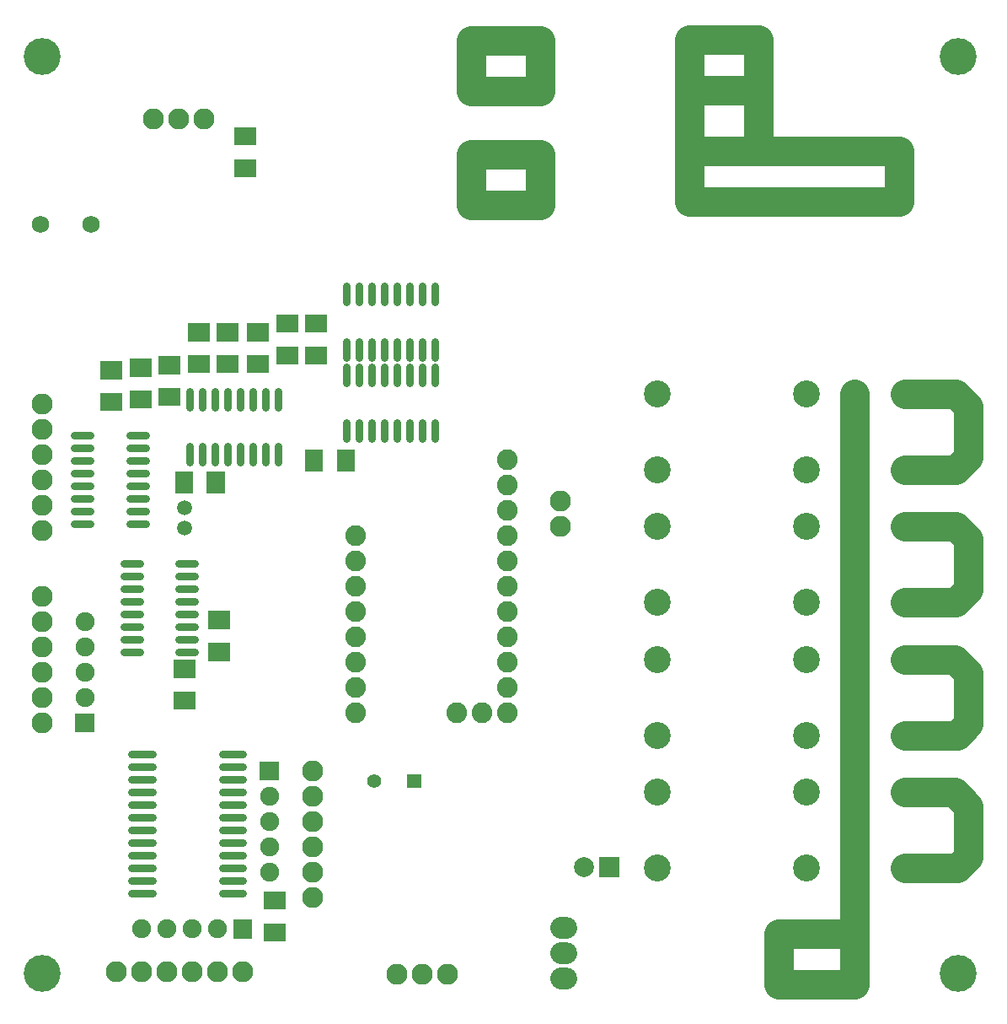
<source format=gbs>
G04 Layer: BottomSolderMaskLayer*
G04 EasyEDA v6.4.17, 2021-03-22T15:56:55+00:00*
G04 658c0ce66da44e4f8c80b51cc6799b00,637d308c6d204718a186f4f1e4ce3e04,10*
G04 Gerber Generator version 0.2*
G04 Scale: 100 percent, Rotated: No, Reflected: No *
G04 Dimensions in millimeters *
G04 leading zeros omitted , absolute positions ,4 integer and 5 decimal *
%FSLAX45Y45*%
%MOMM*%

%ADD14C,3.0000*%
%ADD47C,2.2352*%
%ADD48C,3.7032*%
%ADD49C,1.7272*%
%ADD53C,2.0032*%
%ADD55C,2.1132*%
%ADD59C,0.3032*%
%ADD60C,2.0828*%
%ADD62C,1.4032*%
%ADD63C,1.5032*%
%ADD64C,2.7032*%
%ADD66C,1.9032*%
%ADD67C,0.8032*%

%LPD*%
D14*
X5403850Y-241300D02*
G01*
X5403850Y-749300D01*
X4705350Y-241300D02*
G01*
X5403850Y-241300D01*
X5403850Y-749300D02*
G01*
X4705350Y-749300D01*
X4705350Y-749300D02*
G01*
X4705350Y-241300D01*
X6896100Y-736600D02*
G01*
X7594600Y-736600D01*
X6896100Y-228600D02*
G01*
X7594600Y-228600D01*
X7594600Y-228600D02*
G01*
X7594600Y-1346200D01*
X8559800Y-3784600D02*
G01*
X8557986Y-9715500D01*
X8557986Y-9715500D02*
G01*
X7797800Y-9715500D01*
X7797800Y-9207500D02*
G01*
X8559800Y-9207500D01*
X7797800Y-9715500D02*
G01*
X7797800Y-9207500D01*
X9004300Y-1854200D02*
G01*
X6896100Y-1854200D01*
X6896100Y-1346200D02*
G01*
X9004300Y-1346200D01*
X9004300Y-1346200D02*
G01*
X9004300Y-1854200D01*
X6896100Y-1854200D02*
G01*
X6896100Y-228600D01*
X4705350Y-1384300D02*
G01*
X5403850Y-1384300D01*
X4705350Y-1892300D02*
G01*
X4705350Y-1384300D01*
X5403850Y-1384300D02*
G01*
X5403850Y-1892300D01*
X5403850Y-1892300D02*
G01*
X4705350Y-1892300D01*
X9067800Y-3784600D02*
G01*
X9575800Y-3784600D01*
X9702800Y-3911600D01*
X9702800Y-3911600D02*
G01*
X9702800Y-4419600D01*
X9067800Y-4546600D02*
G01*
X9575800Y-4546600D01*
X9702800Y-4419600D01*
X9067800Y-5118100D02*
G01*
X9575800Y-5118100D01*
X9702800Y-5245100D01*
X9702800Y-5245100D02*
G01*
X9702800Y-5753100D01*
X9067800Y-5880100D02*
G01*
X9575800Y-5880100D01*
X9702800Y-5753100D01*
X9067800Y-6451600D02*
G01*
X9563100Y-6451600D01*
X9702800Y-6591300D01*
X9702800Y-6591300D02*
G01*
X9702800Y-7099300D01*
X9067800Y-7213600D02*
G01*
X9588500Y-7213600D01*
X9702800Y-7099300D01*
X9067800Y-7785100D02*
G01*
X9563100Y-7785100D01*
X9702800Y-7924800D01*
X9702800Y-7924800D02*
G01*
X9702800Y-8432800D01*
X9067800Y-8547100D02*
G01*
X9588500Y-8547100D01*
X9702800Y-8432800D01*
D67*
X2206401Y-7404100D02*
G01*
X2416401Y-7404100D01*
X2206401Y-7531100D02*
G01*
X2416401Y-7531100D01*
X2206401Y-7658100D02*
G01*
X2416401Y-7658100D01*
X2206401Y-7785100D02*
G01*
X2416401Y-7785100D01*
X2206401Y-7912100D02*
G01*
X2416401Y-7912100D01*
X2206401Y-8039100D02*
G01*
X2416401Y-8039100D01*
X2206401Y-8166100D02*
G01*
X2416401Y-8166100D01*
X2206401Y-8293100D02*
G01*
X2416401Y-8293100D01*
X2206401Y-8420100D02*
G01*
X2416401Y-8420100D01*
X2206401Y-8547100D02*
G01*
X2416401Y-8547100D01*
X2206401Y-8674100D02*
G01*
X2416401Y-8674100D01*
X2206401Y-8801100D02*
G01*
X2416401Y-8801100D01*
X1296421Y-7404100D02*
G01*
X1506420Y-7404100D01*
X1296421Y-7531100D02*
G01*
X1506420Y-7531100D01*
X1296421Y-7658100D02*
G01*
X1506420Y-7658100D01*
X1296421Y-7785100D02*
G01*
X1506420Y-7785100D01*
X1296421Y-7912100D02*
G01*
X1506420Y-7912100D01*
X1296421Y-8039100D02*
G01*
X1506420Y-8039100D01*
X1296421Y-8166100D02*
G01*
X1506420Y-8166100D01*
X1296421Y-8293100D02*
G01*
X1506420Y-8293100D01*
X1296421Y-8420100D02*
G01*
X1506420Y-8420100D01*
X1296421Y-8547100D02*
G01*
X1506420Y-8547100D01*
X1296421Y-8674100D02*
G01*
X1506420Y-8674100D01*
X1296421Y-8801100D02*
G01*
X1506420Y-8801100D01*
X1217940Y-6375400D02*
G01*
X1377939Y-6375400D01*
X1217940Y-6248400D02*
G01*
X1377939Y-6248400D01*
X1217940Y-6121400D02*
G01*
X1377939Y-6121400D01*
X1217940Y-5994400D02*
G01*
X1377939Y-5994400D01*
X1217940Y-5867400D02*
G01*
X1377939Y-5867400D01*
X1217940Y-5740400D02*
G01*
X1377939Y-5740400D01*
X1217940Y-5613400D02*
G01*
X1377939Y-5613400D01*
X1217940Y-5486400D02*
G01*
X1377939Y-5486400D01*
X1771660Y-6375400D02*
G01*
X1931659Y-6375400D01*
X1771660Y-6248400D02*
G01*
X1931659Y-6248400D01*
X1771660Y-6121400D02*
G01*
X1931659Y-6121400D01*
X1771660Y-5994400D02*
G01*
X1931659Y-5994400D01*
X1771660Y-5867400D02*
G01*
X1931659Y-5867400D01*
X1771660Y-5740400D02*
G01*
X1931659Y-5740400D01*
X1771660Y-5613400D02*
G01*
X1931659Y-5613400D01*
X1771660Y-5486400D02*
G01*
X1931659Y-5486400D01*
X1436359Y-4203700D02*
G01*
X1276360Y-4203700D01*
X1436359Y-4330700D02*
G01*
X1276360Y-4330700D01*
X1436359Y-4457700D02*
G01*
X1276360Y-4457700D01*
X1436359Y-4584700D02*
G01*
X1276360Y-4584700D01*
X1436359Y-4711700D02*
G01*
X1276360Y-4711700D01*
X1436359Y-4838700D02*
G01*
X1276360Y-4838700D01*
X1436359Y-4965700D02*
G01*
X1276360Y-4965700D01*
X1436359Y-5092700D02*
G01*
X1276360Y-5092700D01*
X882639Y-4203700D02*
G01*
X722640Y-4203700D01*
X882639Y-4330700D02*
G01*
X722640Y-4330700D01*
X882639Y-4457700D02*
G01*
X722640Y-4457700D01*
X882639Y-4584700D02*
G01*
X722640Y-4584700D01*
X882639Y-4711700D02*
G01*
X722640Y-4711700D01*
X882639Y-4838700D02*
G01*
X722640Y-4838700D01*
X882639Y-4965700D02*
G01*
X722640Y-4965700D01*
X882639Y-5092700D02*
G01*
X722640Y-5092700D01*
X4343400Y-3417559D02*
G01*
X4343400Y-3257560D01*
X4216400Y-3417559D02*
G01*
X4216400Y-3257560D01*
X4089400Y-3417559D02*
G01*
X4089400Y-3257560D01*
X3962400Y-3417559D02*
G01*
X3962400Y-3257560D01*
X3835400Y-3417559D02*
G01*
X3835400Y-3257560D01*
X3708400Y-3417559D02*
G01*
X3708400Y-3257560D01*
X3581400Y-3417559D02*
G01*
X3581400Y-3257560D01*
X3454400Y-3417559D02*
G01*
X3454400Y-3257560D01*
X4343400Y-2863839D02*
G01*
X4343400Y-2703840D01*
X4216400Y-2863839D02*
G01*
X4216400Y-2703840D01*
X4089400Y-2863839D02*
G01*
X4089400Y-2703840D01*
X3962400Y-2863839D02*
G01*
X3962400Y-2703840D01*
X3835400Y-2863839D02*
G01*
X3835400Y-2703840D01*
X3708400Y-2863839D02*
G01*
X3708400Y-2703840D01*
X3581400Y-2863839D02*
G01*
X3581400Y-2703840D01*
X3454400Y-2863839D02*
G01*
X3454400Y-2703840D01*
X3454400Y-3516640D02*
G01*
X3454400Y-3676639D01*
X3581400Y-3516640D02*
G01*
X3581400Y-3676639D01*
X3708400Y-3516640D02*
G01*
X3708400Y-3676639D01*
X3835400Y-3516640D02*
G01*
X3835400Y-3676639D01*
X3962400Y-3516640D02*
G01*
X3962400Y-3676639D01*
X4089400Y-3516640D02*
G01*
X4089400Y-3676639D01*
X4216400Y-3516640D02*
G01*
X4216400Y-3676639D01*
X4343400Y-3516640D02*
G01*
X4343400Y-3676639D01*
X3454400Y-4070360D02*
G01*
X3454400Y-4230359D01*
X3581400Y-4070360D02*
G01*
X3581400Y-4230359D01*
X3708400Y-4070360D02*
G01*
X3708400Y-4230359D01*
X3835400Y-4070360D02*
G01*
X3835400Y-4230359D01*
X3962400Y-4070360D02*
G01*
X3962400Y-4230359D01*
X4089400Y-4070360D02*
G01*
X4089400Y-4230359D01*
X4216400Y-4070360D02*
G01*
X4216400Y-4230359D01*
X4343400Y-4070360D02*
G01*
X4343400Y-4230359D01*
X1879600Y-3757940D02*
G01*
X1879600Y-3917939D01*
X2006600Y-3757940D02*
G01*
X2006600Y-3917939D01*
X2133600Y-3757940D02*
G01*
X2133600Y-3917939D01*
X2260600Y-3757940D02*
G01*
X2260600Y-3917939D01*
X2387600Y-3757940D02*
G01*
X2387600Y-3917939D01*
X2514600Y-3757940D02*
G01*
X2514600Y-3917939D01*
X2641600Y-3757940D02*
G01*
X2641600Y-3917939D01*
X2768600Y-3757940D02*
G01*
X2768600Y-3917939D01*
X1879600Y-4311660D02*
G01*
X1879600Y-4471659D01*
X2006600Y-4311660D02*
G01*
X2006600Y-4471659D01*
X2133600Y-4311660D02*
G01*
X2133600Y-4471659D01*
X2260600Y-4311660D02*
G01*
X2260600Y-4471659D01*
X2387600Y-4311660D02*
G01*
X2387600Y-4471659D01*
X2514600Y-4311660D02*
G01*
X2514600Y-4471659D01*
X2641600Y-4311660D02*
G01*
X2641600Y-4471659D01*
X2768600Y-4311660D02*
G01*
X2768600Y-4471659D01*
D47*
X5664200Y-9398000D02*
G01*
X5613400Y-9398000D01*
X5664200Y-9652000D02*
G01*
X5613400Y-9652000D01*
X5664200Y-9144000D02*
G01*
X5613400Y-9144000D01*
D59*
G01*
X8585200Y-6819900D03*
D48*
G01*
X399999Y-9600006D03*
G01*
X399999Y-399999D03*
G01*
X9600006Y-399999D03*
G01*
X9600006Y-9600006D03*
G36*
X2620263Y-8959850D02*
G01*
X2620263Y-8779510D01*
X2840736Y-8779510D01*
X2840736Y-8959850D01*
G37*
G36*
X2620263Y-9279889D02*
G01*
X2620263Y-9099550D01*
X2840736Y-9099550D01*
X2840736Y-9279889D01*
G37*
G36*
X3039109Y-4567936D02*
G01*
X3039109Y-4347463D01*
X3219450Y-4347463D01*
X3219450Y-4567936D01*
G37*
G36*
X3359150Y-4567936D02*
G01*
X3359150Y-4347463D01*
X3539490Y-4347463D01*
X3539490Y-4567936D01*
G37*
G36*
X1718563Y-6955789D02*
G01*
X1718563Y-6775450D01*
X1939036Y-6775450D01*
X1939036Y-6955789D01*
G37*
G36*
X1718563Y-6635750D02*
G01*
X1718563Y-6455410D01*
X1939036Y-6455410D01*
X1939036Y-6635750D01*
G37*
G36*
X2061463Y-6465570D02*
G01*
X2061463Y-6285229D01*
X2281936Y-6285229D01*
X2281936Y-6465570D01*
G37*
G36*
X2061463Y-6145529D02*
G01*
X2061463Y-5965189D01*
X2281936Y-5965189D01*
X2281936Y-6145529D01*
G37*
G36*
X1274063Y-3613150D02*
G01*
X1274063Y-3432810D01*
X1494536Y-3432810D01*
X1494536Y-3613150D01*
G37*
G36*
X1274063Y-3933189D02*
G01*
X1274063Y-3752850D01*
X1494536Y-3752850D01*
X1494536Y-3933189D01*
G37*
G36*
X3039363Y-3168650D02*
G01*
X3039363Y-2988310D01*
X3259836Y-2988310D01*
X3259836Y-3168650D01*
G37*
G36*
X3039363Y-3488689D02*
G01*
X3039363Y-3308350D01*
X3259836Y-3308350D01*
X3259836Y-3488689D01*
G37*
G36*
X1566163Y-3587750D02*
G01*
X1566163Y-3407410D01*
X1786636Y-3407410D01*
X1786636Y-3587750D01*
G37*
G36*
X1566163Y-3907789D02*
G01*
X1566163Y-3727450D01*
X1786636Y-3727450D01*
X1786636Y-3907789D01*
G37*
G36*
X1858263Y-3257550D02*
G01*
X1858263Y-3077210D01*
X2078736Y-3077210D01*
X2078736Y-3257550D01*
G37*
G36*
X1858263Y-3577589D02*
G01*
X1858263Y-3397250D01*
X2078736Y-3397250D01*
X2078736Y-3577589D01*
G37*
G36*
X2150363Y-3257550D02*
G01*
X2150363Y-3077210D01*
X2370836Y-3077210D01*
X2370836Y-3257550D01*
G37*
G36*
X2150363Y-3577589D02*
G01*
X2150363Y-3397250D01*
X2370836Y-3397250D01*
X2370836Y-3577589D01*
G37*
G36*
X2455163Y-3257550D02*
G01*
X2455163Y-3077210D01*
X2675636Y-3077210D01*
X2675636Y-3257550D01*
G37*
G36*
X2455163Y-3577589D02*
G01*
X2455163Y-3397250D01*
X2675636Y-3397250D01*
X2675636Y-3577589D01*
G37*
G36*
X2747263Y-3168650D02*
G01*
X2747263Y-2988310D01*
X2967736Y-2988310D01*
X2967736Y-3168650D01*
G37*
G36*
X2747263Y-3488689D02*
G01*
X2747263Y-3308350D01*
X2967736Y-3308350D01*
X2967736Y-3488689D01*
G37*
G36*
X981963Y-3638550D02*
G01*
X981963Y-3458210D01*
X1202436Y-3458210D01*
X1202436Y-3638550D01*
G37*
G36*
X981963Y-3958589D02*
G01*
X981963Y-3778250D01*
X1202436Y-3778250D01*
X1202436Y-3958589D01*
G37*
G36*
X2051050Y-4783836D02*
G01*
X2051050Y-4563363D01*
X2231389Y-4563363D01*
X2231389Y-4783836D01*
G37*
G36*
X1731010Y-4783836D02*
G01*
X1731010Y-4563363D01*
X1911350Y-4563363D01*
X1911350Y-4783836D01*
G37*
G36*
X2328163Y-1609089D02*
G01*
X2328163Y-1428750D01*
X2548636Y-1428750D01*
X2548636Y-1609089D01*
G37*
G36*
X2328163Y-1289050D02*
G01*
X2328163Y-1108710D01*
X2548636Y-1108710D01*
X2548636Y-1289050D01*
G37*
D49*
G01*
X381000Y-2082800D03*
G01*
X889000Y-2082800D03*
G36*
X5995924Y-8634476D02*
G01*
X5995924Y-8434324D01*
X6196075Y-8434324D01*
X6196075Y-8634476D01*
G37*
D53*
G01*
X5842000Y-8534400D03*
D55*
G01*
X3962400Y-9613900D03*
G01*
X4216400Y-9613900D03*
G01*
X4470400Y-9613900D03*
D60*
G01*
X3543300Y-5207000D03*
G01*
X3543300Y-5461000D03*
G01*
X3543300Y-5715000D03*
G01*
X3543300Y-5969000D03*
G01*
X3543300Y-6223000D03*
G01*
X3543300Y-6477000D03*
G01*
X3543300Y-6731000D03*
G01*
X3543300Y-6985000D03*
G01*
X5067300Y-6985000D03*
G01*
X5067300Y-6731000D03*
G01*
X5067300Y-6477000D03*
G01*
X5067300Y-6223000D03*
G01*
X5067300Y-5969000D03*
G01*
X5067300Y-5715000D03*
G01*
X5067300Y-5461000D03*
G01*
X5067300Y-5207000D03*
G01*
X5067300Y-4953000D03*
G01*
X5067300Y-4699000D03*
G01*
X5067300Y-4445000D03*
G01*
X4813300Y-6985000D03*
G01*
X4559300Y-6985000D03*
G36*
X4066793Y-7740904D02*
G01*
X4066793Y-7600695D01*
X4207002Y-7600695D01*
X4207002Y-7740904D01*
G37*
D62*
G01*
X3737000Y-7670800D03*
D63*
G01*
X1828800Y-4929200D03*
G01*
X1828800Y-5129199D03*
D64*
G01*
X9067800Y-7213600D03*
G01*
X8559800Y-7213600D03*
G01*
X8077200Y-7213600D03*
G01*
X8077200Y-6451600D03*
G01*
X8559800Y-6451600D03*
G01*
X9067800Y-6451600D03*
G01*
X6578600Y-7213600D03*
G01*
X6578600Y-6451600D03*
G01*
X9067800Y-8547100D03*
G01*
X8559800Y-8547100D03*
G01*
X8077200Y-8547100D03*
G01*
X8077200Y-7785100D03*
G01*
X8559800Y-7785100D03*
G01*
X9067800Y-7785100D03*
G01*
X6578600Y-8547100D03*
G01*
X6578600Y-7785100D03*
D55*
G01*
X393700Y-5816600D03*
G01*
X393700Y-6070600D03*
G01*
X393700Y-6324600D03*
G01*
X393700Y-6578600D03*
G01*
X393700Y-6832600D03*
G01*
X393700Y-7086600D03*
G01*
X1143000Y-9588500D03*
G01*
X1397000Y-9588500D03*
G01*
X1651000Y-9588500D03*
G01*
X1905000Y-9588500D03*
G01*
X2159000Y-9588500D03*
G01*
X2413000Y-9588500D03*
G01*
X3111500Y-8839200D03*
G01*
X3111500Y-8585200D03*
G01*
X3111500Y-8331200D03*
G01*
X3111500Y-8077200D03*
G01*
X3111500Y-7823200D03*
G01*
X3111500Y-7569200D03*
G01*
X393700Y-3886200D03*
G01*
X393700Y-4140200D03*
G01*
X393700Y-4394200D03*
G01*
X393700Y-4648200D03*
G01*
X393700Y-4902200D03*
G01*
X393700Y-5156200D03*
G36*
X730250Y-7181850D02*
G01*
X730250Y-6991350D01*
X920750Y-6991350D01*
X920750Y-7181850D01*
G37*
D66*
G01*
X825500Y-6832600D03*
G01*
X825500Y-6578600D03*
G01*
X825500Y-6324600D03*
G01*
X825500Y-6070600D03*
G36*
X2317750Y-9251950D02*
G01*
X2317750Y-9061450D01*
X2508250Y-9061450D01*
X2508250Y-9251950D01*
G37*
G01*
X2159000Y-9156700D03*
G01*
X1905000Y-9156700D03*
G01*
X1651000Y-9156700D03*
G01*
X1397000Y-9156700D03*
G36*
X2584450Y-7664450D02*
G01*
X2584450Y-7473950D01*
X2774950Y-7473950D01*
X2774950Y-7664450D01*
G37*
G01*
X2679700Y-7823200D03*
G01*
X2679700Y-8077200D03*
G01*
X2679700Y-8331200D03*
G01*
X2679700Y-8585200D03*
D64*
G01*
X9067800Y-5880100D03*
G01*
X8559800Y-5880100D03*
G01*
X8077200Y-5880100D03*
G01*
X8077200Y-5118100D03*
G01*
X8559800Y-5118100D03*
G01*
X9067800Y-5118100D03*
G01*
X6578600Y-5880100D03*
G01*
X6578600Y-5118100D03*
G01*
X9702800Y-8432800D03*
G01*
X9702800Y-7924800D03*
G01*
X9702800Y-5753100D03*
G01*
X9702800Y-5245100D03*
G01*
X9004300Y-1854200D03*
G01*
X9004300Y-1346200D03*
G01*
X8547100Y-9715500D03*
G01*
X8547100Y-9207500D03*
G01*
X7797800Y-9715500D03*
G01*
X7797800Y-9207500D03*
G01*
X9702800Y-7099300D03*
G01*
X9702800Y-6591300D03*
G01*
X9702800Y-4419600D03*
G01*
X9702800Y-3911600D03*
G01*
X9067800Y-4546600D03*
G01*
X8559800Y-4546600D03*
G01*
X8077200Y-4546600D03*
G01*
X8077200Y-3784600D03*
G01*
X8559800Y-3784600D03*
G01*
X9067800Y-3784600D03*
G01*
X6578600Y-4546600D03*
G01*
X6578600Y-3784600D03*
G01*
X8318500Y-1346200D03*
G01*
X8318500Y-1854200D03*
G01*
X7594600Y-1346200D03*
G01*
X7594600Y-1854200D03*
G01*
X6896100Y-228600D03*
G01*
X6896100Y-736600D03*
G01*
X7594600Y-228600D03*
G01*
X7594600Y-736600D03*
G01*
X6896100Y-1346200D03*
G01*
X6896100Y-1854200D03*
G01*
X4705350Y-1892300D03*
G01*
X4705350Y-1384300D03*
G01*
X5403850Y-749300D03*
G01*
X5403850Y-241300D03*
G01*
X5403850Y-1892300D03*
G01*
X5403850Y-1384300D03*
G01*
X4705350Y-241300D03*
G01*
X4705350Y-749300D03*
D55*
G01*
X2019300Y-1028700D03*
G01*
X1765300Y-1028700D03*
G01*
X1511300Y-1028700D03*
G01*
X5600700Y-4864100D03*
G01*
X5600700Y-5118100D03*
M02*

</source>
